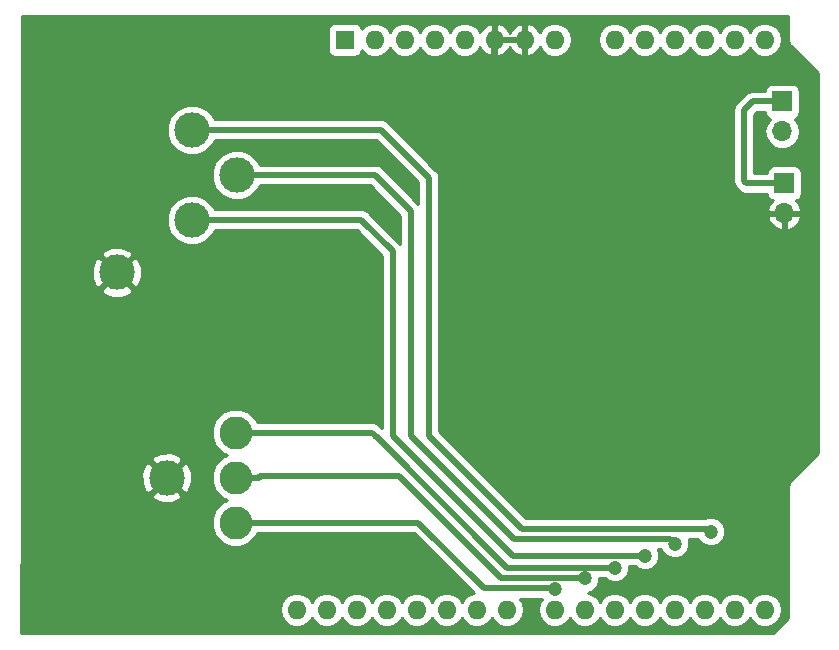
<source format=gbl>
G04 #@! TF.GenerationSoftware,KiCad,Pcbnew,(5.0.1)-3*
G04 #@! TF.CreationDate,2018-11-30T15:10:40+02:00*
G04 #@! TF.ProjectId,DB darbas 2,44422064617262617320322E6B696361,rev?*
G04 #@! TF.SameCoordinates,Original*
G04 #@! TF.FileFunction,Copper,L2,Bot,Signal*
G04 #@! TF.FilePolarity,Positive*
%FSLAX46Y46*%
G04 Gerber Fmt 4.6, Leading zero omitted, Abs format (unit mm)*
G04 Created by KiCad (PCBNEW (5.0.1)-3) date 30-Nov-18 15:10:40*
%MOMM*%
%LPD*%
G01*
G04 APERTURE LIST*
G04 #@! TA.AperFunction,ComponentPad*
%ADD10O,1.600000X1.600000*%
G04 #@! TD*
G04 #@! TA.AperFunction,ComponentPad*
%ADD11R,1.600000X1.600000*%
G04 #@! TD*
G04 #@! TA.AperFunction,ComponentPad*
%ADD12C,3.000000*%
G04 #@! TD*
G04 #@! TA.AperFunction,ComponentPad*
%ADD13O,1.700000X1.700000*%
G04 #@! TD*
G04 #@! TA.AperFunction,ComponentPad*
%ADD14R,1.700000X1.700000*%
G04 #@! TD*
G04 #@! TA.AperFunction,ComponentPad*
%ADD15C,2.800000*%
G04 #@! TD*
G04 #@! TA.AperFunction,ViaPad*
%ADD16C,1.200000*%
G04 #@! TD*
G04 #@! TA.AperFunction,Conductor*
%ADD17C,0.500000*%
G04 #@! TD*
G04 #@! TA.AperFunction,Conductor*
%ADD18C,0.254000*%
G04 #@! TD*
G04 APERTURE END LIST*
D10*
G04 #@! TO.P,U1,29*
G04 #@! TO.N,Net-(U1-Pad29)*
X106684000Y-124968000D03*
G04 #@! TO.P,U1,30*
G04 #@! TO.N,Net-(U1-Pad30)*
X104144000Y-124968000D03*
D11*
G04 #@! TO.P,U1,1*
G04 #@! TO.N,Net-(U1-Pad1)*
X108204000Y-76708000D03*
D10*
G04 #@! TO.P,U1,17*
G04 #@! TO.N,Net-(J3-Pad2)*
X138684000Y-124968000D03*
G04 #@! TO.P,U1,2*
G04 #@! TO.N,Net-(U1-Pad2)*
X110744000Y-76708000D03*
G04 #@! TO.P,U1,18*
G04 #@! TO.N,Net-(J3-Pad3)*
X136144000Y-124968000D03*
G04 #@! TO.P,U1,3*
G04 #@! TO.N,Net-(U1-Pad3)*
X113284000Y-76708000D03*
G04 #@! TO.P,U1,19*
G04 #@! TO.N,Net-(J3-Pad1)*
X133604000Y-124968000D03*
G04 #@! TO.P,U1,4*
G04 #@! TO.N,Net-(U1-Pad4)*
X115824000Y-76708000D03*
G04 #@! TO.P,U1,20*
G04 #@! TO.N,Net-(J1-Pad1)*
X131064000Y-124968000D03*
G04 #@! TO.P,U1,5*
G04 #@! TO.N,Net-(U1-Pad5)*
X118364000Y-76708000D03*
G04 #@! TO.P,U1,21*
G04 #@! TO.N,Net-(J1-Pad3)*
X128524000Y-124968000D03*
G04 #@! TO.P,U1,6*
G04 #@! TO.N,GND*
X120904000Y-76708000D03*
G04 #@! TO.P,U1,22*
G04 #@! TO.N,Net-(J1-Pad2)*
X125984000Y-124968000D03*
G04 #@! TO.P,U1,7*
G04 #@! TO.N,GND*
X123444000Y-76708000D03*
G04 #@! TO.P,U1,23*
G04 #@! TO.N,Net-(R6-Pad2)*
X121924000Y-124968000D03*
G04 #@! TO.P,U1,8*
G04 #@! TO.N,Net-(D7-Pad2)*
X125984000Y-76708000D03*
G04 #@! TO.P,U1,24*
G04 #@! TO.N,Net-(R5-Pad2)*
X119384000Y-124968000D03*
G04 #@! TO.P,U1,9*
G04 #@! TO.N,Net-(U1-Pad9)*
X131064000Y-76708000D03*
G04 #@! TO.P,U1,25*
G04 #@! TO.N,Net-(R4-Pad2)*
X116844000Y-124968000D03*
G04 #@! TO.P,U1,10*
G04 #@! TO.N,Net-(U1-Pad10)*
X133604000Y-76708000D03*
G04 #@! TO.P,U1,26*
G04 #@! TO.N,Net-(R3-Pad2)*
X114304000Y-124968000D03*
G04 #@! TO.P,U1,11*
G04 #@! TO.N,Net-(U1-Pad11)*
X136144000Y-76708000D03*
G04 #@! TO.P,U1,27*
G04 #@! TO.N,Net-(R2-Pad2)*
X111764000Y-124968000D03*
G04 #@! TO.P,U1,12*
G04 #@! TO.N,Net-(U1-Pad12)*
X138684000Y-76708000D03*
G04 #@! TO.P,U1,28*
G04 #@! TO.N,Net-(R1-Pad1)*
X109224000Y-124968000D03*
G04 #@! TO.P,U1,13*
G04 #@! TO.N,Net-(U1-Pad13)*
X141224000Y-76708000D03*
G04 #@! TO.P,U1,14*
G04 #@! TO.N,Net-(U1-Pad14)*
X143764000Y-76708000D03*
G04 #@! TO.P,U1,15*
G04 #@! TO.N,Net-(U1-Pad15)*
X143764000Y-124968000D03*
G04 #@! TO.P,U1,16*
G04 #@! TO.N,Net-(U1-Pad16)*
X141224000Y-124968000D03*
G04 #@! TD*
D12*
G04 #@! TO.P,J3,G*
G04 #@! TO.N,GND*
X88900000Y-96418400D03*
G04 #@! TO.P,J3,3*
G04 #@! TO.N,Net-(J3-Pad3)*
X99060000Y-88163400D03*
G04 #@! TO.P,J3,2*
G04 #@! TO.N,Net-(J3-Pad2)*
X95250000Y-84353400D03*
G04 #@! TO.P,J3,1*
G04 #@! TO.N,Net-(J3-Pad1)*
X95250000Y-91973400D03*
G04 #@! TD*
D13*
G04 #@! TO.P,VCC1,2*
G04 #@! TO.N,GND*
X145415000Y-91387801D03*
D14*
G04 #@! TO.P,VCC1,1*
G04 #@! TO.N,Net-(Switch1-Pad1)*
X145415000Y-88847801D03*
G04 #@! TD*
G04 #@! TO.P,Switch1,1*
G04 #@! TO.N,Net-(Switch1-Pad1)*
X145237200Y-81940400D03*
D13*
G04 #@! TO.P,Switch1,2*
G04 #@! TO.N,Net-(D7-Pad1)*
X145237200Y-84480400D03*
G04 #@! TD*
D12*
G04 #@! TO.P,J1,G*
G04 #@! TO.N,GND*
X93116400Y-113792000D03*
D15*
G04 #@! TO.P,J1,3*
G04 #@! TO.N,Net-(J1-Pad3)*
X98958400Y-113792000D03*
G04 #@! TO.P,J1,1*
G04 #@! TO.N,Net-(J1-Pad1)*
X98958400Y-109982000D03*
G04 #@! TO.P,J1,2*
G04 #@! TO.N,Net-(J1-Pad2)*
X98958400Y-117602000D03*
G04 #@! TD*
D16*
G04 #@! TO.N,Net-(J1-Pad2)*
X125984000Y-123190000D03*
G04 #@! TO.N,Net-(J1-Pad3)*
X128498600Y-122326400D03*
G04 #@! TO.N,Net-(J1-Pad1)*
X131064000Y-121412000D03*
G04 #@! TO.N,GND*
X92100400Y-77266800D03*
X123494800Y-80467200D03*
X120853200Y-80467200D03*
G04 #@! TO.N,Net-(J3-Pad2)*
X139192000Y-118364000D03*
G04 #@! TO.N,Net-(J3-Pad3)*
X136144000Y-119380000D03*
G04 #@! TO.N,Net-(J3-Pad1)*
X133604000Y-120396000D03*
G04 #@! TD*
D17*
G04 #@! TO.N,Net-(J1-Pad2)*
X125958600Y-123164600D02*
X125984000Y-123190000D01*
X119989600Y-123164600D02*
X125958600Y-123164600D01*
X98958400Y-117602000D02*
X114427000Y-117602000D01*
X114427000Y-117602000D02*
X119989600Y-123164600D01*
G04 #@! TO.N,Net-(J1-Pad3)*
X121386600Y-122326400D02*
X128498600Y-122326400D01*
X112750600Y-113690400D02*
X121386600Y-122326400D01*
X110210600Y-113690400D02*
X110845600Y-113690400D01*
X110845600Y-113690400D02*
X111226600Y-113690400D01*
X101039898Y-113690400D02*
X112522000Y-113690400D01*
X100938298Y-113792000D02*
X101039898Y-113690400D01*
X98958400Y-113792000D02*
X100938298Y-113792000D01*
X111226600Y-113690400D02*
X112522000Y-113690400D01*
X112522000Y-113690400D02*
X112750600Y-113690400D01*
G04 #@! TO.N,Net-(J1-Pad1)*
X121920000Y-121412000D02*
X131064000Y-121412000D01*
X110490000Y-109982000D02*
X110896400Y-110388400D01*
X98958400Y-109982000D02*
X110490000Y-109982000D01*
X110744000Y-110236000D02*
X110896400Y-110388400D01*
X110896400Y-110388400D02*
X121920000Y-121412000D01*
G04 #@! TO.N,GND*
X92100400Y-77266800D02*
X92938600Y-77266800D01*
X92100400Y-77266800D02*
X94335600Y-77266800D01*
X120853200Y-76758800D02*
X120904000Y-76708000D01*
X120853200Y-80467200D02*
X120853200Y-76758800D01*
X123494800Y-76758800D02*
X123444000Y-76708000D01*
X123494800Y-80467200D02*
X123494800Y-76758800D01*
G04 #@! TO.N,Net-(J3-Pad2)*
X115316000Y-110236000D02*
X123190000Y-118110000D01*
X97396720Y-84328000D02*
X111252000Y-84328000D01*
X97371320Y-84353400D02*
X97396720Y-84328000D01*
X138938000Y-118110000D02*
X139192000Y-118364000D01*
X115316000Y-88392000D02*
X115316000Y-110236000D01*
X111252000Y-84328000D02*
X115316000Y-88392000D01*
X95250000Y-84353400D02*
X97371320Y-84353400D01*
X123190000Y-118110000D02*
X138938000Y-118110000D01*
G04 #@! TO.N,Net-(J3-Pad3)*
X135737600Y-118973600D02*
X136144000Y-119380000D01*
X122529600Y-118973600D02*
X135737600Y-118973600D01*
X113792000Y-110236000D02*
X122529600Y-118973600D01*
X113792000Y-91236800D02*
X113792000Y-110236000D01*
X99060000Y-88163400D02*
X110718600Y-88163400D01*
X110718600Y-88163400D02*
X113792000Y-91236800D01*
G04 #@! TO.N,Net-(J3-Pad1)*
X122428000Y-120396000D02*
X133604000Y-120396000D01*
X97371320Y-91973400D02*
X97396720Y-91948000D01*
X95250000Y-91973400D02*
X97371320Y-91973400D01*
X109575600Y-91948000D02*
X112268000Y-94640400D01*
X97396720Y-91948000D02*
X109575600Y-91948000D01*
X112268000Y-94640400D02*
X112268000Y-110236000D01*
X112268000Y-110236000D02*
X122428000Y-120396000D01*
G04 #@! TO.N,Net-(Switch1-Pad1)*
X142187801Y-88847801D02*
X145415000Y-88847801D01*
X141986000Y-88646000D02*
X142187801Y-88847801D01*
X142011400Y-82677000D02*
X142748000Y-81940400D01*
X141986000Y-82677000D02*
X142011400Y-82677000D01*
X145237200Y-81940400D02*
X142748000Y-81940400D01*
X141986000Y-82677000D02*
X141986000Y-88646000D01*
G04 #@! TD*
D18*
G04 #@! TO.N,GND*
G36*
X145739000Y-76639557D02*
X145725386Y-76708000D01*
X145739000Y-76776442D01*
X145739000Y-76776446D01*
X145779325Y-76979174D01*
X145932934Y-77209065D01*
X145990960Y-77247837D01*
X148279001Y-79535880D01*
X148279000Y-111730121D01*
X145990961Y-114018162D01*
X145932935Y-114056934D01*
X145894163Y-114114960D01*
X145894162Y-114114961D01*
X145779326Y-114286825D01*
X145725386Y-114558000D01*
X145739001Y-114626447D01*
X145739000Y-125700121D01*
X144496123Y-126943000D01*
X80829097Y-126943000D01*
X80830733Y-115305970D01*
X91782035Y-115305970D01*
X91941818Y-115624739D01*
X92732587Y-115934723D01*
X93581787Y-115918497D01*
X94290982Y-115624739D01*
X94450765Y-115305970D01*
X93116400Y-113971605D01*
X91782035Y-115305970D01*
X80830733Y-115305970D01*
X80831000Y-113408187D01*
X90973677Y-113408187D01*
X90989903Y-114257387D01*
X91283661Y-114966582D01*
X91602430Y-115126365D01*
X92936795Y-113792000D01*
X93296005Y-113792000D01*
X94630370Y-115126365D01*
X94949139Y-114966582D01*
X95259123Y-114175813D01*
X95242897Y-113326613D01*
X94949139Y-112617418D01*
X94630370Y-112457635D01*
X93296005Y-113792000D01*
X92936795Y-113792000D01*
X91602430Y-112457635D01*
X91283661Y-112617418D01*
X90973677Y-113408187D01*
X80831000Y-113408187D01*
X80831158Y-112278030D01*
X91782035Y-112278030D01*
X93116400Y-113612395D01*
X94450765Y-112278030D01*
X94290982Y-111959261D01*
X93500213Y-111649277D01*
X92651013Y-111665503D01*
X91941818Y-111959261D01*
X91782035Y-112278030D01*
X80831158Y-112278030D01*
X80831990Y-106367498D01*
X80832000Y-106367447D01*
X80832000Y-106294673D01*
X80832009Y-106230651D01*
X80832000Y-106230606D01*
X80832000Y-97932370D01*
X87565635Y-97932370D01*
X87725418Y-98251139D01*
X88516187Y-98561123D01*
X89365387Y-98544897D01*
X90074582Y-98251139D01*
X90234365Y-97932370D01*
X88900000Y-96598005D01*
X87565635Y-97932370D01*
X80832000Y-97932370D01*
X80832000Y-96034587D01*
X86757277Y-96034587D01*
X86773503Y-96883787D01*
X87067261Y-97592982D01*
X87386030Y-97752765D01*
X88720395Y-96418400D01*
X89079605Y-96418400D01*
X90413970Y-97752765D01*
X90732739Y-97592982D01*
X91042723Y-96802213D01*
X91026497Y-95953013D01*
X90732739Y-95243818D01*
X90413970Y-95084035D01*
X89079605Y-96418400D01*
X88720395Y-96418400D01*
X87386030Y-95084035D01*
X87067261Y-95243818D01*
X86757277Y-96034587D01*
X80832000Y-96034587D01*
X80832000Y-94904430D01*
X87565635Y-94904430D01*
X88900000Y-96238795D01*
X90234365Y-94904430D01*
X90074582Y-94585661D01*
X89283813Y-94275677D01*
X88434613Y-94291903D01*
X87725418Y-94585661D01*
X87565635Y-94904430D01*
X80832000Y-94904430D01*
X80832000Y-83928722D01*
X93115000Y-83928722D01*
X93115000Y-84778078D01*
X93440034Y-85562780D01*
X94040620Y-86163366D01*
X94825322Y-86488400D01*
X95674678Y-86488400D01*
X96459380Y-86163366D01*
X97059966Y-85562780D01*
X97194329Y-85238400D01*
X97284159Y-85238400D01*
X97371320Y-85255737D01*
X97458481Y-85238400D01*
X97458485Y-85238400D01*
X97586180Y-85213000D01*
X110885422Y-85213000D01*
X114431000Y-88758579D01*
X114431000Y-90600174D01*
X114430049Y-90598751D01*
X114356156Y-90549377D01*
X111406025Y-87599247D01*
X111356649Y-87525351D01*
X111063910Y-87329748D01*
X110805765Y-87278400D01*
X110805761Y-87278400D01*
X110718600Y-87261063D01*
X110631439Y-87278400D01*
X101004329Y-87278400D01*
X100869966Y-86954020D01*
X100269380Y-86353434D01*
X99484678Y-86028400D01*
X98635322Y-86028400D01*
X97850620Y-86353434D01*
X97250034Y-86954020D01*
X96925000Y-87738722D01*
X96925000Y-88588078D01*
X97250034Y-89372780D01*
X97850620Y-89973366D01*
X98635322Y-90298400D01*
X99484678Y-90298400D01*
X100269380Y-89973366D01*
X100869966Y-89372780D01*
X101004329Y-89048400D01*
X110352022Y-89048400D01*
X112907000Y-91603379D01*
X112907000Y-94003774D01*
X112906049Y-94002351D01*
X112832156Y-93952977D01*
X110263025Y-91383847D01*
X110213649Y-91309951D01*
X109920910Y-91114348D01*
X109662765Y-91063000D01*
X109662761Y-91063000D01*
X109575600Y-91045663D01*
X109488439Y-91063000D01*
X97483880Y-91063000D01*
X97396719Y-91045663D01*
X97309559Y-91063000D01*
X97309555Y-91063000D01*
X97193379Y-91086109D01*
X97059966Y-90764020D01*
X96459380Y-90163434D01*
X95674678Y-89838400D01*
X94825322Y-89838400D01*
X94040620Y-90163434D01*
X93440034Y-90764020D01*
X93115000Y-91548722D01*
X93115000Y-92398078D01*
X93440034Y-93182780D01*
X94040620Y-93783366D01*
X94825322Y-94108400D01*
X95674678Y-94108400D01*
X96459380Y-93783366D01*
X97059966Y-93182780D01*
X97194329Y-92858400D01*
X97284159Y-92858400D01*
X97371320Y-92875737D01*
X97458481Y-92858400D01*
X97458485Y-92858400D01*
X97586180Y-92833000D01*
X109209022Y-92833000D01*
X111383000Y-95006979D01*
X111383001Y-109623423D01*
X111177425Y-109417847D01*
X111128049Y-109343951D01*
X110835310Y-109148348D01*
X110577165Y-109097000D01*
X110577161Y-109097000D01*
X110490000Y-109079663D01*
X110402839Y-109097000D01*
X100794489Y-109097000D01*
X100683590Y-108829265D01*
X100111135Y-108256810D01*
X99363187Y-107947000D01*
X98553613Y-107947000D01*
X97805665Y-108256810D01*
X97233210Y-108829265D01*
X96923400Y-109577213D01*
X96923400Y-110386787D01*
X97233210Y-111134735D01*
X97805665Y-111707190D01*
X98239765Y-111887000D01*
X97805665Y-112066810D01*
X97233210Y-112639265D01*
X96923400Y-113387213D01*
X96923400Y-114196787D01*
X97233210Y-114944735D01*
X97805665Y-115517190D01*
X98239765Y-115697000D01*
X97805665Y-115876810D01*
X97233210Y-116449265D01*
X96923400Y-117197213D01*
X96923400Y-118006787D01*
X97233210Y-118754735D01*
X97805665Y-119327190D01*
X98553613Y-119637000D01*
X99363187Y-119637000D01*
X100111135Y-119327190D01*
X100683590Y-118754735D01*
X100794489Y-118487000D01*
X114060422Y-118487000D01*
X119129026Y-123555605D01*
X118824091Y-123616260D01*
X118349423Y-123933423D01*
X118114000Y-124285758D01*
X117878577Y-123933423D01*
X117403909Y-123616260D01*
X116985333Y-123533000D01*
X116702667Y-123533000D01*
X116284091Y-123616260D01*
X115809423Y-123933423D01*
X115574000Y-124285758D01*
X115338577Y-123933423D01*
X114863909Y-123616260D01*
X114445333Y-123533000D01*
X114162667Y-123533000D01*
X113744091Y-123616260D01*
X113269423Y-123933423D01*
X113034000Y-124285758D01*
X112798577Y-123933423D01*
X112323909Y-123616260D01*
X111905333Y-123533000D01*
X111622667Y-123533000D01*
X111204091Y-123616260D01*
X110729423Y-123933423D01*
X110494000Y-124285758D01*
X110258577Y-123933423D01*
X109783909Y-123616260D01*
X109365333Y-123533000D01*
X109082667Y-123533000D01*
X108664091Y-123616260D01*
X108189423Y-123933423D01*
X107954000Y-124285758D01*
X107718577Y-123933423D01*
X107243909Y-123616260D01*
X106825333Y-123533000D01*
X106542667Y-123533000D01*
X106124091Y-123616260D01*
X105649423Y-123933423D01*
X105414000Y-124285758D01*
X105178577Y-123933423D01*
X104703909Y-123616260D01*
X104285333Y-123533000D01*
X104002667Y-123533000D01*
X103584091Y-123616260D01*
X103109423Y-123933423D01*
X102792260Y-124408091D01*
X102680887Y-124968000D01*
X102792260Y-125527909D01*
X103109423Y-126002577D01*
X103584091Y-126319740D01*
X104002667Y-126403000D01*
X104285333Y-126403000D01*
X104703909Y-126319740D01*
X105178577Y-126002577D01*
X105414000Y-125650242D01*
X105649423Y-126002577D01*
X106124091Y-126319740D01*
X106542667Y-126403000D01*
X106825333Y-126403000D01*
X107243909Y-126319740D01*
X107718577Y-126002577D01*
X107954000Y-125650242D01*
X108189423Y-126002577D01*
X108664091Y-126319740D01*
X109082667Y-126403000D01*
X109365333Y-126403000D01*
X109783909Y-126319740D01*
X110258577Y-126002577D01*
X110494000Y-125650242D01*
X110729423Y-126002577D01*
X111204091Y-126319740D01*
X111622667Y-126403000D01*
X111905333Y-126403000D01*
X112323909Y-126319740D01*
X112798577Y-126002577D01*
X113034000Y-125650242D01*
X113269423Y-126002577D01*
X113744091Y-126319740D01*
X114162667Y-126403000D01*
X114445333Y-126403000D01*
X114863909Y-126319740D01*
X115338577Y-126002577D01*
X115574000Y-125650242D01*
X115809423Y-126002577D01*
X116284091Y-126319740D01*
X116702667Y-126403000D01*
X116985333Y-126403000D01*
X117403909Y-126319740D01*
X117878577Y-126002577D01*
X118114000Y-125650242D01*
X118349423Y-126002577D01*
X118824091Y-126319740D01*
X119242667Y-126403000D01*
X119525333Y-126403000D01*
X119943909Y-126319740D01*
X120418577Y-126002577D01*
X120654000Y-125650242D01*
X120889423Y-126002577D01*
X121364091Y-126319740D01*
X121782667Y-126403000D01*
X122065333Y-126403000D01*
X122483909Y-126319740D01*
X122958577Y-126002577D01*
X123275740Y-125527909D01*
X123387113Y-124968000D01*
X123275740Y-124408091D01*
X123036204Y-124049600D01*
X124871796Y-124049600D01*
X124632260Y-124408091D01*
X124520887Y-124968000D01*
X124632260Y-125527909D01*
X124949423Y-126002577D01*
X125424091Y-126319740D01*
X125842667Y-126403000D01*
X126125333Y-126403000D01*
X126543909Y-126319740D01*
X127018577Y-126002577D01*
X127254000Y-125650242D01*
X127489423Y-126002577D01*
X127964091Y-126319740D01*
X128382667Y-126403000D01*
X128665333Y-126403000D01*
X129083909Y-126319740D01*
X129558577Y-126002577D01*
X129794000Y-125650242D01*
X130029423Y-126002577D01*
X130504091Y-126319740D01*
X130922667Y-126403000D01*
X131205333Y-126403000D01*
X131623909Y-126319740D01*
X132098577Y-126002577D01*
X132334000Y-125650242D01*
X132569423Y-126002577D01*
X133044091Y-126319740D01*
X133462667Y-126403000D01*
X133745333Y-126403000D01*
X134163909Y-126319740D01*
X134638577Y-126002577D01*
X134874000Y-125650242D01*
X135109423Y-126002577D01*
X135584091Y-126319740D01*
X136002667Y-126403000D01*
X136285333Y-126403000D01*
X136703909Y-126319740D01*
X137178577Y-126002577D01*
X137414000Y-125650242D01*
X137649423Y-126002577D01*
X138124091Y-126319740D01*
X138542667Y-126403000D01*
X138825333Y-126403000D01*
X139243909Y-126319740D01*
X139718577Y-126002577D01*
X139954000Y-125650242D01*
X140189423Y-126002577D01*
X140664091Y-126319740D01*
X141082667Y-126403000D01*
X141365333Y-126403000D01*
X141783909Y-126319740D01*
X142258577Y-126002577D01*
X142494000Y-125650242D01*
X142729423Y-126002577D01*
X143204091Y-126319740D01*
X143622667Y-126403000D01*
X143905333Y-126403000D01*
X144323909Y-126319740D01*
X144798577Y-126002577D01*
X145115740Y-125527909D01*
X145227113Y-124968000D01*
X145115740Y-124408091D01*
X144798577Y-123933423D01*
X144323909Y-123616260D01*
X143905333Y-123533000D01*
X143622667Y-123533000D01*
X143204091Y-123616260D01*
X142729423Y-123933423D01*
X142494000Y-124285758D01*
X142258577Y-123933423D01*
X141783909Y-123616260D01*
X141365333Y-123533000D01*
X141082667Y-123533000D01*
X140664091Y-123616260D01*
X140189423Y-123933423D01*
X139954000Y-124285758D01*
X139718577Y-123933423D01*
X139243909Y-123616260D01*
X138825333Y-123533000D01*
X138542667Y-123533000D01*
X138124091Y-123616260D01*
X137649423Y-123933423D01*
X137414000Y-124285758D01*
X137178577Y-123933423D01*
X136703909Y-123616260D01*
X136285333Y-123533000D01*
X136002667Y-123533000D01*
X135584091Y-123616260D01*
X135109423Y-123933423D01*
X134874000Y-124285758D01*
X134638577Y-123933423D01*
X134163909Y-123616260D01*
X133745333Y-123533000D01*
X133462667Y-123533000D01*
X133044091Y-123616260D01*
X132569423Y-123933423D01*
X132334000Y-124285758D01*
X132098577Y-123933423D01*
X131623909Y-123616260D01*
X131205333Y-123533000D01*
X130922667Y-123533000D01*
X130504091Y-123616260D01*
X130029423Y-123933423D01*
X129794000Y-124285758D01*
X129558577Y-123933423D01*
X129083909Y-123616260D01*
X128764972Y-123552819D01*
X129198171Y-123373382D01*
X129545582Y-123025971D01*
X129733600Y-122572057D01*
X129733600Y-122297000D01*
X130202447Y-122297000D01*
X130364429Y-122458982D01*
X130818343Y-122647000D01*
X131309657Y-122647000D01*
X131763571Y-122458982D01*
X132110982Y-122111571D01*
X132299000Y-121657657D01*
X132299000Y-121281000D01*
X132742447Y-121281000D01*
X132904429Y-121442982D01*
X133358343Y-121631000D01*
X133849657Y-121631000D01*
X134303571Y-121442982D01*
X134650982Y-121095571D01*
X134839000Y-120641657D01*
X134839000Y-120150343D01*
X134718156Y-119858600D01*
X135005488Y-119858600D01*
X135097018Y-120079571D01*
X135444429Y-120426982D01*
X135898343Y-120615000D01*
X136389657Y-120615000D01*
X136843571Y-120426982D01*
X137190982Y-120079571D01*
X137379000Y-119625657D01*
X137379000Y-119134343D01*
X137321282Y-118995000D01*
X138116615Y-118995000D01*
X138145018Y-119063571D01*
X138492429Y-119410982D01*
X138946343Y-119599000D01*
X139437657Y-119599000D01*
X139891571Y-119410982D01*
X140238982Y-119063571D01*
X140427000Y-118609657D01*
X140427000Y-118118343D01*
X140238982Y-117664429D01*
X139891571Y-117317018D01*
X139437657Y-117129000D01*
X138946343Y-117129000D01*
X138714579Y-117225000D01*
X123556579Y-117225000D01*
X116201000Y-109869422D01*
X116201000Y-91744691D01*
X143973524Y-91744691D01*
X144143355Y-92154725D01*
X144533642Y-92582984D01*
X145058108Y-92829287D01*
X145288000Y-92708620D01*
X145288000Y-91514801D01*
X145542000Y-91514801D01*
X145542000Y-92708620D01*
X145771892Y-92829287D01*
X146296358Y-92582984D01*
X146686645Y-92154725D01*
X146856476Y-91744691D01*
X146735155Y-91514801D01*
X145542000Y-91514801D01*
X145288000Y-91514801D01*
X144094845Y-91514801D01*
X143973524Y-91744691D01*
X116201000Y-91744691D01*
X116201000Y-88479161D01*
X116218337Y-88392000D01*
X116201000Y-88304839D01*
X116201000Y-88304835D01*
X116149652Y-88046690D01*
X115954049Y-87753951D01*
X115880156Y-87704577D01*
X111939425Y-83763847D01*
X111890049Y-83689951D01*
X111597310Y-83494348D01*
X111339165Y-83443000D01*
X111339161Y-83443000D01*
X111252000Y-83425663D01*
X111164839Y-83443000D01*
X97483880Y-83443000D01*
X97396719Y-83425663D01*
X97309559Y-83443000D01*
X97309555Y-83443000D01*
X97193379Y-83466109D01*
X97059966Y-83144020D01*
X96592946Y-82677000D01*
X141083662Y-82677000D01*
X141101000Y-82764165D01*
X141101001Y-88558835D01*
X141083663Y-88646000D01*
X141152348Y-88991309D01*
X141298576Y-89210154D01*
X141298578Y-89210156D01*
X141347952Y-89284049D01*
X141421845Y-89333423D01*
X141500376Y-89411954D01*
X141549752Y-89485850D01*
X141842491Y-89681453D01*
X142100636Y-89732801D01*
X142100640Y-89732801D01*
X142187801Y-89750138D01*
X142274962Y-89732801D01*
X143924522Y-89732801D01*
X143966843Y-89945566D01*
X144107191Y-90155610D01*
X144317235Y-90295958D01*
X144420708Y-90316540D01*
X144143355Y-90620877D01*
X143973524Y-91030911D01*
X144094845Y-91260801D01*
X145288000Y-91260801D01*
X145288000Y-91240801D01*
X145542000Y-91240801D01*
X145542000Y-91260801D01*
X146735155Y-91260801D01*
X146856476Y-91030911D01*
X146686645Y-90620877D01*
X146409292Y-90316540D01*
X146512765Y-90295958D01*
X146722809Y-90155610D01*
X146863157Y-89945566D01*
X146912440Y-89697801D01*
X146912440Y-87997801D01*
X146863157Y-87750036D01*
X146722809Y-87539992D01*
X146512765Y-87399644D01*
X146265000Y-87350361D01*
X144565000Y-87350361D01*
X144317235Y-87399644D01*
X144107191Y-87539992D01*
X143966843Y-87750036D01*
X143924522Y-87962801D01*
X142871000Y-87962801D01*
X142871000Y-83068978D01*
X143114579Y-82825400D01*
X143746722Y-82825400D01*
X143789043Y-83038165D01*
X143929391Y-83248209D01*
X144139435Y-83388557D01*
X144184819Y-83397584D01*
X144166575Y-83409775D01*
X143838361Y-83900982D01*
X143723108Y-84480400D01*
X143838361Y-85059818D01*
X144166575Y-85551025D01*
X144657782Y-85879239D01*
X145090944Y-85965400D01*
X145383456Y-85965400D01*
X145816618Y-85879239D01*
X146307825Y-85551025D01*
X146636039Y-85059818D01*
X146751292Y-84480400D01*
X146636039Y-83900982D01*
X146307825Y-83409775D01*
X146289581Y-83397584D01*
X146334965Y-83388557D01*
X146545009Y-83248209D01*
X146685357Y-83038165D01*
X146734640Y-82790400D01*
X146734640Y-81090400D01*
X146685357Y-80842635D01*
X146545009Y-80632591D01*
X146334965Y-80492243D01*
X146087200Y-80442960D01*
X144387200Y-80442960D01*
X144139435Y-80492243D01*
X143929391Y-80632591D01*
X143789043Y-80842635D01*
X143746722Y-81055400D01*
X142835161Y-81055400D01*
X142748000Y-81038063D01*
X142660839Y-81055400D01*
X142660835Y-81055400D01*
X142402690Y-81106748D01*
X142183845Y-81252976D01*
X142183844Y-81252977D01*
X142109951Y-81302351D01*
X142060577Y-81376244D01*
X141498394Y-81938427D01*
X141347951Y-82038951D01*
X141152348Y-82331690D01*
X141083662Y-82677000D01*
X96592946Y-82677000D01*
X96459380Y-82543434D01*
X95674678Y-82218400D01*
X94825322Y-82218400D01*
X94040620Y-82543434D01*
X93440034Y-83144020D01*
X93115000Y-83928722D01*
X80832000Y-83928722D01*
X80832000Y-77284113D01*
X80832064Y-77283790D01*
X80832000Y-77215988D01*
X80832000Y-77147553D01*
X80831935Y-77147227D01*
X80830766Y-75908000D01*
X106756560Y-75908000D01*
X106756560Y-77508000D01*
X106805843Y-77755765D01*
X106946191Y-77965809D01*
X107156235Y-78106157D01*
X107404000Y-78155440D01*
X109004000Y-78155440D01*
X109251765Y-78106157D01*
X109461809Y-77965809D01*
X109602157Y-77755765D01*
X109628785Y-77621894D01*
X109709423Y-77742577D01*
X110184091Y-78059740D01*
X110602667Y-78143000D01*
X110885333Y-78143000D01*
X111303909Y-78059740D01*
X111778577Y-77742577D01*
X112014000Y-77390242D01*
X112249423Y-77742577D01*
X112724091Y-78059740D01*
X113142667Y-78143000D01*
X113425333Y-78143000D01*
X113843909Y-78059740D01*
X114318577Y-77742577D01*
X114554000Y-77390242D01*
X114789423Y-77742577D01*
X115264091Y-78059740D01*
X115682667Y-78143000D01*
X115965333Y-78143000D01*
X116383909Y-78059740D01*
X116858577Y-77742577D01*
X117094000Y-77390242D01*
X117329423Y-77742577D01*
X117804091Y-78059740D01*
X118222667Y-78143000D01*
X118505333Y-78143000D01*
X118923909Y-78059740D01*
X119398577Y-77742577D01*
X119654947Y-77358892D01*
X119751611Y-77563134D01*
X120166577Y-77939041D01*
X120554961Y-78099904D01*
X120777000Y-77977915D01*
X120777000Y-76835000D01*
X121031000Y-76835000D01*
X121031000Y-77977915D01*
X121253039Y-78099904D01*
X121641423Y-77939041D01*
X122056389Y-77563134D01*
X122174000Y-77314633D01*
X122291611Y-77563134D01*
X122706577Y-77939041D01*
X123094961Y-78099904D01*
X123317000Y-77977915D01*
X123317000Y-76835000D01*
X121031000Y-76835000D01*
X120777000Y-76835000D01*
X120757000Y-76835000D01*
X120757000Y-76581000D01*
X120777000Y-76581000D01*
X120777000Y-75438085D01*
X121031000Y-75438085D01*
X121031000Y-76581000D01*
X123317000Y-76581000D01*
X123317000Y-75438085D01*
X123571000Y-75438085D01*
X123571000Y-76581000D01*
X123591000Y-76581000D01*
X123591000Y-76835000D01*
X123571000Y-76835000D01*
X123571000Y-77977915D01*
X123793039Y-78099904D01*
X124181423Y-77939041D01*
X124596389Y-77563134D01*
X124693053Y-77358892D01*
X124949423Y-77742577D01*
X125424091Y-78059740D01*
X125842667Y-78143000D01*
X126125333Y-78143000D01*
X126543909Y-78059740D01*
X127018577Y-77742577D01*
X127335740Y-77267909D01*
X127447113Y-76708000D01*
X129600887Y-76708000D01*
X129712260Y-77267909D01*
X130029423Y-77742577D01*
X130504091Y-78059740D01*
X130922667Y-78143000D01*
X131205333Y-78143000D01*
X131623909Y-78059740D01*
X132098577Y-77742577D01*
X132334000Y-77390242D01*
X132569423Y-77742577D01*
X133044091Y-78059740D01*
X133462667Y-78143000D01*
X133745333Y-78143000D01*
X134163909Y-78059740D01*
X134638577Y-77742577D01*
X134874000Y-77390242D01*
X135109423Y-77742577D01*
X135584091Y-78059740D01*
X136002667Y-78143000D01*
X136285333Y-78143000D01*
X136703909Y-78059740D01*
X137178577Y-77742577D01*
X137414000Y-77390242D01*
X137649423Y-77742577D01*
X138124091Y-78059740D01*
X138542667Y-78143000D01*
X138825333Y-78143000D01*
X139243909Y-78059740D01*
X139718577Y-77742577D01*
X139954000Y-77390242D01*
X140189423Y-77742577D01*
X140664091Y-78059740D01*
X141082667Y-78143000D01*
X141365333Y-78143000D01*
X141783909Y-78059740D01*
X142258577Y-77742577D01*
X142494000Y-77390242D01*
X142729423Y-77742577D01*
X143204091Y-78059740D01*
X143622667Y-78143000D01*
X143905333Y-78143000D01*
X144323909Y-78059740D01*
X144798577Y-77742577D01*
X145115740Y-77267909D01*
X145227113Y-76708000D01*
X145115740Y-76148091D01*
X144798577Y-75673423D01*
X144323909Y-75356260D01*
X143905333Y-75273000D01*
X143622667Y-75273000D01*
X143204091Y-75356260D01*
X142729423Y-75673423D01*
X142494000Y-76025758D01*
X142258577Y-75673423D01*
X141783909Y-75356260D01*
X141365333Y-75273000D01*
X141082667Y-75273000D01*
X140664091Y-75356260D01*
X140189423Y-75673423D01*
X139954000Y-76025758D01*
X139718577Y-75673423D01*
X139243909Y-75356260D01*
X138825333Y-75273000D01*
X138542667Y-75273000D01*
X138124091Y-75356260D01*
X137649423Y-75673423D01*
X137414000Y-76025758D01*
X137178577Y-75673423D01*
X136703909Y-75356260D01*
X136285333Y-75273000D01*
X136002667Y-75273000D01*
X135584091Y-75356260D01*
X135109423Y-75673423D01*
X134874000Y-76025758D01*
X134638577Y-75673423D01*
X134163909Y-75356260D01*
X133745333Y-75273000D01*
X133462667Y-75273000D01*
X133044091Y-75356260D01*
X132569423Y-75673423D01*
X132334000Y-76025758D01*
X132098577Y-75673423D01*
X131623909Y-75356260D01*
X131205333Y-75273000D01*
X130922667Y-75273000D01*
X130504091Y-75356260D01*
X130029423Y-75673423D01*
X129712260Y-76148091D01*
X129600887Y-76708000D01*
X127447113Y-76708000D01*
X127335740Y-76148091D01*
X127018577Y-75673423D01*
X126543909Y-75356260D01*
X126125333Y-75273000D01*
X125842667Y-75273000D01*
X125424091Y-75356260D01*
X124949423Y-75673423D01*
X124693053Y-76057108D01*
X124596389Y-75852866D01*
X124181423Y-75476959D01*
X123793039Y-75316096D01*
X123571000Y-75438085D01*
X123317000Y-75438085D01*
X123094961Y-75316096D01*
X122706577Y-75476959D01*
X122291611Y-75852866D01*
X122174000Y-76101367D01*
X122056389Y-75852866D01*
X121641423Y-75476959D01*
X121253039Y-75316096D01*
X121031000Y-75438085D01*
X120777000Y-75438085D01*
X120554961Y-75316096D01*
X120166577Y-75476959D01*
X119751611Y-75852866D01*
X119654947Y-76057108D01*
X119398577Y-75673423D01*
X118923909Y-75356260D01*
X118505333Y-75273000D01*
X118222667Y-75273000D01*
X117804091Y-75356260D01*
X117329423Y-75673423D01*
X117094000Y-76025758D01*
X116858577Y-75673423D01*
X116383909Y-75356260D01*
X115965333Y-75273000D01*
X115682667Y-75273000D01*
X115264091Y-75356260D01*
X114789423Y-75673423D01*
X114554000Y-76025758D01*
X114318577Y-75673423D01*
X113843909Y-75356260D01*
X113425333Y-75273000D01*
X113142667Y-75273000D01*
X112724091Y-75356260D01*
X112249423Y-75673423D01*
X112014000Y-76025758D01*
X111778577Y-75673423D01*
X111303909Y-75356260D01*
X110885333Y-75273000D01*
X110602667Y-75273000D01*
X110184091Y-75356260D01*
X109709423Y-75673423D01*
X109628785Y-75794106D01*
X109602157Y-75660235D01*
X109461809Y-75450191D01*
X109251765Y-75309843D01*
X109004000Y-75260560D01*
X107404000Y-75260560D01*
X107156235Y-75309843D01*
X106946191Y-75450191D01*
X106805843Y-75660235D01*
X106756560Y-75908000D01*
X80830766Y-75908000D01*
X80829656Y-74733000D01*
X145739001Y-74733000D01*
X145739000Y-76639557D01*
X145739000Y-76639557D01*
G37*
X145739000Y-76639557D02*
X145725386Y-76708000D01*
X145739000Y-76776442D01*
X145739000Y-76776446D01*
X145779325Y-76979174D01*
X145932934Y-77209065D01*
X145990960Y-77247837D01*
X148279001Y-79535880D01*
X148279000Y-111730121D01*
X145990961Y-114018162D01*
X145932935Y-114056934D01*
X145894163Y-114114960D01*
X145894162Y-114114961D01*
X145779326Y-114286825D01*
X145725386Y-114558000D01*
X145739001Y-114626447D01*
X145739000Y-125700121D01*
X144496123Y-126943000D01*
X80829097Y-126943000D01*
X80830733Y-115305970D01*
X91782035Y-115305970D01*
X91941818Y-115624739D01*
X92732587Y-115934723D01*
X93581787Y-115918497D01*
X94290982Y-115624739D01*
X94450765Y-115305970D01*
X93116400Y-113971605D01*
X91782035Y-115305970D01*
X80830733Y-115305970D01*
X80831000Y-113408187D01*
X90973677Y-113408187D01*
X90989903Y-114257387D01*
X91283661Y-114966582D01*
X91602430Y-115126365D01*
X92936795Y-113792000D01*
X93296005Y-113792000D01*
X94630370Y-115126365D01*
X94949139Y-114966582D01*
X95259123Y-114175813D01*
X95242897Y-113326613D01*
X94949139Y-112617418D01*
X94630370Y-112457635D01*
X93296005Y-113792000D01*
X92936795Y-113792000D01*
X91602430Y-112457635D01*
X91283661Y-112617418D01*
X90973677Y-113408187D01*
X80831000Y-113408187D01*
X80831158Y-112278030D01*
X91782035Y-112278030D01*
X93116400Y-113612395D01*
X94450765Y-112278030D01*
X94290982Y-111959261D01*
X93500213Y-111649277D01*
X92651013Y-111665503D01*
X91941818Y-111959261D01*
X91782035Y-112278030D01*
X80831158Y-112278030D01*
X80831990Y-106367498D01*
X80832000Y-106367447D01*
X80832000Y-106294673D01*
X80832009Y-106230651D01*
X80832000Y-106230606D01*
X80832000Y-97932370D01*
X87565635Y-97932370D01*
X87725418Y-98251139D01*
X88516187Y-98561123D01*
X89365387Y-98544897D01*
X90074582Y-98251139D01*
X90234365Y-97932370D01*
X88900000Y-96598005D01*
X87565635Y-97932370D01*
X80832000Y-97932370D01*
X80832000Y-96034587D01*
X86757277Y-96034587D01*
X86773503Y-96883787D01*
X87067261Y-97592982D01*
X87386030Y-97752765D01*
X88720395Y-96418400D01*
X89079605Y-96418400D01*
X90413970Y-97752765D01*
X90732739Y-97592982D01*
X91042723Y-96802213D01*
X91026497Y-95953013D01*
X90732739Y-95243818D01*
X90413970Y-95084035D01*
X89079605Y-96418400D01*
X88720395Y-96418400D01*
X87386030Y-95084035D01*
X87067261Y-95243818D01*
X86757277Y-96034587D01*
X80832000Y-96034587D01*
X80832000Y-94904430D01*
X87565635Y-94904430D01*
X88900000Y-96238795D01*
X90234365Y-94904430D01*
X90074582Y-94585661D01*
X89283813Y-94275677D01*
X88434613Y-94291903D01*
X87725418Y-94585661D01*
X87565635Y-94904430D01*
X80832000Y-94904430D01*
X80832000Y-83928722D01*
X93115000Y-83928722D01*
X93115000Y-84778078D01*
X93440034Y-85562780D01*
X94040620Y-86163366D01*
X94825322Y-86488400D01*
X95674678Y-86488400D01*
X96459380Y-86163366D01*
X97059966Y-85562780D01*
X97194329Y-85238400D01*
X97284159Y-85238400D01*
X97371320Y-85255737D01*
X97458481Y-85238400D01*
X97458485Y-85238400D01*
X97586180Y-85213000D01*
X110885422Y-85213000D01*
X114431000Y-88758579D01*
X114431000Y-90600174D01*
X114430049Y-90598751D01*
X114356156Y-90549377D01*
X111406025Y-87599247D01*
X111356649Y-87525351D01*
X111063910Y-87329748D01*
X110805765Y-87278400D01*
X110805761Y-87278400D01*
X110718600Y-87261063D01*
X110631439Y-87278400D01*
X101004329Y-87278400D01*
X100869966Y-86954020D01*
X100269380Y-86353434D01*
X99484678Y-86028400D01*
X98635322Y-86028400D01*
X97850620Y-86353434D01*
X97250034Y-86954020D01*
X96925000Y-87738722D01*
X96925000Y-88588078D01*
X97250034Y-89372780D01*
X97850620Y-89973366D01*
X98635322Y-90298400D01*
X99484678Y-90298400D01*
X100269380Y-89973366D01*
X100869966Y-89372780D01*
X101004329Y-89048400D01*
X110352022Y-89048400D01*
X112907000Y-91603379D01*
X112907000Y-94003774D01*
X112906049Y-94002351D01*
X112832156Y-93952977D01*
X110263025Y-91383847D01*
X110213649Y-91309951D01*
X109920910Y-91114348D01*
X109662765Y-91063000D01*
X109662761Y-91063000D01*
X109575600Y-91045663D01*
X109488439Y-91063000D01*
X97483880Y-91063000D01*
X97396719Y-91045663D01*
X97309559Y-91063000D01*
X97309555Y-91063000D01*
X97193379Y-91086109D01*
X97059966Y-90764020D01*
X96459380Y-90163434D01*
X95674678Y-89838400D01*
X94825322Y-89838400D01*
X94040620Y-90163434D01*
X93440034Y-90764020D01*
X93115000Y-91548722D01*
X93115000Y-92398078D01*
X93440034Y-93182780D01*
X94040620Y-93783366D01*
X94825322Y-94108400D01*
X95674678Y-94108400D01*
X96459380Y-93783366D01*
X97059966Y-93182780D01*
X97194329Y-92858400D01*
X97284159Y-92858400D01*
X97371320Y-92875737D01*
X97458481Y-92858400D01*
X97458485Y-92858400D01*
X97586180Y-92833000D01*
X109209022Y-92833000D01*
X111383000Y-95006979D01*
X111383001Y-109623423D01*
X111177425Y-109417847D01*
X111128049Y-109343951D01*
X110835310Y-109148348D01*
X110577165Y-109097000D01*
X110577161Y-109097000D01*
X110490000Y-109079663D01*
X110402839Y-109097000D01*
X100794489Y-109097000D01*
X100683590Y-108829265D01*
X100111135Y-108256810D01*
X99363187Y-107947000D01*
X98553613Y-107947000D01*
X97805665Y-108256810D01*
X97233210Y-108829265D01*
X96923400Y-109577213D01*
X96923400Y-110386787D01*
X97233210Y-111134735D01*
X97805665Y-111707190D01*
X98239765Y-111887000D01*
X97805665Y-112066810D01*
X97233210Y-112639265D01*
X96923400Y-113387213D01*
X96923400Y-114196787D01*
X97233210Y-114944735D01*
X97805665Y-115517190D01*
X98239765Y-115697000D01*
X97805665Y-115876810D01*
X97233210Y-116449265D01*
X96923400Y-117197213D01*
X96923400Y-118006787D01*
X97233210Y-118754735D01*
X97805665Y-119327190D01*
X98553613Y-119637000D01*
X99363187Y-119637000D01*
X100111135Y-119327190D01*
X100683590Y-118754735D01*
X100794489Y-118487000D01*
X114060422Y-118487000D01*
X119129026Y-123555605D01*
X118824091Y-123616260D01*
X118349423Y-123933423D01*
X118114000Y-124285758D01*
X117878577Y-123933423D01*
X117403909Y-123616260D01*
X116985333Y-123533000D01*
X116702667Y-123533000D01*
X116284091Y-123616260D01*
X115809423Y-123933423D01*
X115574000Y-124285758D01*
X115338577Y-123933423D01*
X114863909Y-123616260D01*
X114445333Y-123533000D01*
X114162667Y-123533000D01*
X113744091Y-123616260D01*
X113269423Y-123933423D01*
X113034000Y-124285758D01*
X112798577Y-123933423D01*
X112323909Y-123616260D01*
X111905333Y-123533000D01*
X111622667Y-123533000D01*
X111204091Y-123616260D01*
X110729423Y-123933423D01*
X110494000Y-124285758D01*
X110258577Y-123933423D01*
X109783909Y-123616260D01*
X109365333Y-123533000D01*
X109082667Y-123533000D01*
X108664091Y-123616260D01*
X108189423Y-123933423D01*
X107954000Y-124285758D01*
X107718577Y-123933423D01*
X107243909Y-123616260D01*
X106825333Y-123533000D01*
X106542667Y-123533000D01*
X106124091Y-123616260D01*
X105649423Y-123933423D01*
X105414000Y-124285758D01*
X105178577Y-123933423D01*
X104703909Y-123616260D01*
X104285333Y-123533000D01*
X104002667Y-123533000D01*
X103584091Y-123616260D01*
X103109423Y-123933423D01*
X102792260Y-124408091D01*
X102680887Y-124968000D01*
X102792260Y-125527909D01*
X103109423Y-126002577D01*
X103584091Y-126319740D01*
X104002667Y-126403000D01*
X104285333Y-126403000D01*
X104703909Y-126319740D01*
X105178577Y-126002577D01*
X105414000Y-125650242D01*
X105649423Y-126002577D01*
X106124091Y-126319740D01*
X106542667Y-126403000D01*
X106825333Y-126403000D01*
X107243909Y-126319740D01*
X107718577Y-126002577D01*
X107954000Y-125650242D01*
X108189423Y-126002577D01*
X108664091Y-126319740D01*
X109082667Y-126403000D01*
X109365333Y-126403000D01*
X109783909Y-126319740D01*
X110258577Y-126002577D01*
X110494000Y-125650242D01*
X110729423Y-126002577D01*
X111204091Y-126319740D01*
X111622667Y-126403000D01*
X111905333Y-126403000D01*
X112323909Y-126319740D01*
X112798577Y-126002577D01*
X113034000Y-125650242D01*
X113269423Y-126002577D01*
X113744091Y-126319740D01*
X114162667Y-126403000D01*
X114445333Y-126403000D01*
X114863909Y-126319740D01*
X115338577Y-126002577D01*
X115574000Y-125650242D01*
X115809423Y-126002577D01*
X116284091Y-126319740D01*
X116702667Y-126403000D01*
X116985333Y-126403000D01*
X117403909Y-126319740D01*
X117878577Y-126002577D01*
X118114000Y-125650242D01*
X118349423Y-126002577D01*
X118824091Y-126319740D01*
X119242667Y-126403000D01*
X119525333Y-126403000D01*
X119943909Y-126319740D01*
X120418577Y-126002577D01*
X120654000Y-125650242D01*
X120889423Y-126002577D01*
X121364091Y-126319740D01*
X121782667Y-126403000D01*
X122065333Y-126403000D01*
X122483909Y-126319740D01*
X122958577Y-126002577D01*
X123275740Y-125527909D01*
X123387113Y-124968000D01*
X123275740Y-124408091D01*
X123036204Y-124049600D01*
X124871796Y-124049600D01*
X124632260Y-124408091D01*
X124520887Y-124968000D01*
X124632260Y-125527909D01*
X124949423Y-126002577D01*
X125424091Y-126319740D01*
X125842667Y-126403000D01*
X126125333Y-126403000D01*
X126543909Y-126319740D01*
X127018577Y-126002577D01*
X127254000Y-125650242D01*
X127489423Y-126002577D01*
X127964091Y-126319740D01*
X128382667Y-126403000D01*
X128665333Y-126403000D01*
X129083909Y-126319740D01*
X129558577Y-126002577D01*
X129794000Y-125650242D01*
X130029423Y-126002577D01*
X130504091Y-126319740D01*
X130922667Y-126403000D01*
X131205333Y-126403000D01*
X131623909Y-126319740D01*
X132098577Y-126002577D01*
X132334000Y-125650242D01*
X132569423Y-126002577D01*
X133044091Y-126319740D01*
X133462667Y-126403000D01*
X133745333Y-126403000D01*
X134163909Y-126319740D01*
X134638577Y-126002577D01*
X134874000Y-125650242D01*
X135109423Y-126002577D01*
X135584091Y-126319740D01*
X136002667Y-126403000D01*
X136285333Y-126403000D01*
X136703909Y-126319740D01*
X137178577Y-126002577D01*
X137414000Y-125650242D01*
X137649423Y-126002577D01*
X138124091Y-126319740D01*
X138542667Y-126403000D01*
X138825333Y-126403000D01*
X139243909Y-126319740D01*
X139718577Y-126002577D01*
X139954000Y-125650242D01*
X140189423Y-126002577D01*
X140664091Y-126319740D01*
X141082667Y-126403000D01*
X141365333Y-126403000D01*
X141783909Y-126319740D01*
X142258577Y-126002577D01*
X142494000Y-125650242D01*
X142729423Y-126002577D01*
X143204091Y-126319740D01*
X143622667Y-126403000D01*
X143905333Y-126403000D01*
X144323909Y-126319740D01*
X144798577Y-126002577D01*
X145115740Y-125527909D01*
X145227113Y-124968000D01*
X145115740Y-124408091D01*
X144798577Y-123933423D01*
X144323909Y-123616260D01*
X143905333Y-123533000D01*
X143622667Y-123533000D01*
X143204091Y-123616260D01*
X142729423Y-123933423D01*
X142494000Y-124285758D01*
X142258577Y-123933423D01*
X141783909Y-123616260D01*
X141365333Y-123533000D01*
X141082667Y-123533000D01*
X140664091Y-123616260D01*
X140189423Y-123933423D01*
X139954000Y-124285758D01*
X139718577Y-123933423D01*
X139243909Y-123616260D01*
X138825333Y-123533000D01*
X138542667Y-123533000D01*
X138124091Y-123616260D01*
X137649423Y-123933423D01*
X137414000Y-124285758D01*
X137178577Y-123933423D01*
X136703909Y-123616260D01*
X136285333Y-123533000D01*
X136002667Y-123533000D01*
X135584091Y-123616260D01*
X135109423Y-123933423D01*
X134874000Y-124285758D01*
X134638577Y-123933423D01*
X134163909Y-123616260D01*
X133745333Y-123533000D01*
X133462667Y-123533000D01*
X133044091Y-123616260D01*
X132569423Y-123933423D01*
X132334000Y-124285758D01*
X132098577Y-123933423D01*
X131623909Y-123616260D01*
X131205333Y-123533000D01*
X130922667Y-123533000D01*
X130504091Y-123616260D01*
X130029423Y-123933423D01*
X129794000Y-124285758D01*
X129558577Y-123933423D01*
X129083909Y-123616260D01*
X128764972Y-123552819D01*
X129198171Y-123373382D01*
X129545582Y-123025971D01*
X129733600Y-122572057D01*
X129733600Y-122297000D01*
X130202447Y-122297000D01*
X130364429Y-122458982D01*
X130818343Y-122647000D01*
X131309657Y-122647000D01*
X131763571Y-122458982D01*
X132110982Y-122111571D01*
X132299000Y-121657657D01*
X132299000Y-121281000D01*
X132742447Y-121281000D01*
X132904429Y-121442982D01*
X133358343Y-121631000D01*
X133849657Y-121631000D01*
X134303571Y-121442982D01*
X134650982Y-121095571D01*
X134839000Y-120641657D01*
X134839000Y-120150343D01*
X134718156Y-119858600D01*
X135005488Y-119858600D01*
X135097018Y-120079571D01*
X135444429Y-120426982D01*
X135898343Y-120615000D01*
X136389657Y-120615000D01*
X136843571Y-120426982D01*
X137190982Y-120079571D01*
X137379000Y-119625657D01*
X137379000Y-119134343D01*
X137321282Y-118995000D01*
X138116615Y-118995000D01*
X138145018Y-119063571D01*
X138492429Y-119410982D01*
X138946343Y-119599000D01*
X139437657Y-119599000D01*
X139891571Y-119410982D01*
X140238982Y-119063571D01*
X140427000Y-118609657D01*
X140427000Y-118118343D01*
X140238982Y-117664429D01*
X139891571Y-117317018D01*
X139437657Y-117129000D01*
X138946343Y-117129000D01*
X138714579Y-117225000D01*
X123556579Y-117225000D01*
X116201000Y-109869422D01*
X116201000Y-91744691D01*
X143973524Y-91744691D01*
X144143355Y-92154725D01*
X144533642Y-92582984D01*
X145058108Y-92829287D01*
X145288000Y-92708620D01*
X145288000Y-91514801D01*
X145542000Y-91514801D01*
X145542000Y-92708620D01*
X145771892Y-92829287D01*
X146296358Y-92582984D01*
X146686645Y-92154725D01*
X146856476Y-91744691D01*
X146735155Y-91514801D01*
X145542000Y-91514801D01*
X145288000Y-91514801D01*
X144094845Y-91514801D01*
X143973524Y-91744691D01*
X116201000Y-91744691D01*
X116201000Y-88479161D01*
X116218337Y-88392000D01*
X116201000Y-88304839D01*
X116201000Y-88304835D01*
X116149652Y-88046690D01*
X115954049Y-87753951D01*
X115880156Y-87704577D01*
X111939425Y-83763847D01*
X111890049Y-83689951D01*
X111597310Y-83494348D01*
X111339165Y-83443000D01*
X111339161Y-83443000D01*
X111252000Y-83425663D01*
X111164839Y-83443000D01*
X97483880Y-83443000D01*
X97396719Y-83425663D01*
X97309559Y-83443000D01*
X97309555Y-83443000D01*
X97193379Y-83466109D01*
X97059966Y-83144020D01*
X96592946Y-82677000D01*
X141083662Y-82677000D01*
X141101000Y-82764165D01*
X141101001Y-88558835D01*
X141083663Y-88646000D01*
X141152348Y-88991309D01*
X141298576Y-89210154D01*
X141298578Y-89210156D01*
X141347952Y-89284049D01*
X141421845Y-89333423D01*
X141500376Y-89411954D01*
X141549752Y-89485850D01*
X141842491Y-89681453D01*
X142100636Y-89732801D01*
X142100640Y-89732801D01*
X142187801Y-89750138D01*
X142274962Y-89732801D01*
X143924522Y-89732801D01*
X143966843Y-89945566D01*
X144107191Y-90155610D01*
X144317235Y-90295958D01*
X144420708Y-90316540D01*
X144143355Y-90620877D01*
X143973524Y-91030911D01*
X144094845Y-91260801D01*
X145288000Y-91260801D01*
X145288000Y-91240801D01*
X145542000Y-91240801D01*
X145542000Y-91260801D01*
X146735155Y-91260801D01*
X146856476Y-91030911D01*
X146686645Y-90620877D01*
X146409292Y-90316540D01*
X146512765Y-90295958D01*
X146722809Y-90155610D01*
X146863157Y-89945566D01*
X146912440Y-89697801D01*
X146912440Y-87997801D01*
X146863157Y-87750036D01*
X146722809Y-87539992D01*
X146512765Y-87399644D01*
X146265000Y-87350361D01*
X144565000Y-87350361D01*
X144317235Y-87399644D01*
X144107191Y-87539992D01*
X143966843Y-87750036D01*
X143924522Y-87962801D01*
X142871000Y-87962801D01*
X142871000Y-83068978D01*
X143114579Y-82825400D01*
X143746722Y-82825400D01*
X143789043Y-83038165D01*
X143929391Y-83248209D01*
X144139435Y-83388557D01*
X144184819Y-83397584D01*
X144166575Y-83409775D01*
X143838361Y-83900982D01*
X143723108Y-84480400D01*
X143838361Y-85059818D01*
X144166575Y-85551025D01*
X144657782Y-85879239D01*
X145090944Y-85965400D01*
X145383456Y-85965400D01*
X145816618Y-85879239D01*
X146307825Y-85551025D01*
X146636039Y-85059818D01*
X146751292Y-84480400D01*
X146636039Y-83900982D01*
X146307825Y-83409775D01*
X146289581Y-83397584D01*
X146334965Y-83388557D01*
X146545009Y-83248209D01*
X146685357Y-83038165D01*
X146734640Y-82790400D01*
X146734640Y-81090400D01*
X146685357Y-80842635D01*
X146545009Y-80632591D01*
X146334965Y-80492243D01*
X146087200Y-80442960D01*
X144387200Y-80442960D01*
X144139435Y-80492243D01*
X143929391Y-80632591D01*
X143789043Y-80842635D01*
X143746722Y-81055400D01*
X142835161Y-81055400D01*
X142748000Y-81038063D01*
X142660839Y-81055400D01*
X142660835Y-81055400D01*
X142402690Y-81106748D01*
X142183845Y-81252976D01*
X142183844Y-81252977D01*
X142109951Y-81302351D01*
X142060577Y-81376244D01*
X141498394Y-81938427D01*
X141347951Y-82038951D01*
X141152348Y-82331690D01*
X141083662Y-82677000D01*
X96592946Y-82677000D01*
X96459380Y-82543434D01*
X95674678Y-82218400D01*
X94825322Y-82218400D01*
X94040620Y-82543434D01*
X93440034Y-83144020D01*
X93115000Y-83928722D01*
X80832000Y-83928722D01*
X80832000Y-77284113D01*
X80832064Y-77283790D01*
X80832000Y-77215988D01*
X80832000Y-77147553D01*
X80831935Y-77147227D01*
X80830766Y-75908000D01*
X106756560Y-75908000D01*
X106756560Y-77508000D01*
X106805843Y-77755765D01*
X106946191Y-77965809D01*
X107156235Y-78106157D01*
X107404000Y-78155440D01*
X109004000Y-78155440D01*
X109251765Y-78106157D01*
X109461809Y-77965809D01*
X109602157Y-77755765D01*
X109628785Y-77621894D01*
X109709423Y-77742577D01*
X110184091Y-78059740D01*
X110602667Y-78143000D01*
X110885333Y-78143000D01*
X111303909Y-78059740D01*
X111778577Y-77742577D01*
X112014000Y-77390242D01*
X112249423Y-77742577D01*
X112724091Y-78059740D01*
X113142667Y-78143000D01*
X113425333Y-78143000D01*
X113843909Y-78059740D01*
X114318577Y-77742577D01*
X114554000Y-77390242D01*
X114789423Y-77742577D01*
X115264091Y-78059740D01*
X115682667Y-78143000D01*
X115965333Y-78143000D01*
X116383909Y-78059740D01*
X116858577Y-77742577D01*
X117094000Y-77390242D01*
X117329423Y-77742577D01*
X117804091Y-78059740D01*
X118222667Y-78143000D01*
X118505333Y-78143000D01*
X118923909Y-78059740D01*
X119398577Y-77742577D01*
X119654947Y-77358892D01*
X119751611Y-77563134D01*
X120166577Y-77939041D01*
X120554961Y-78099904D01*
X120777000Y-77977915D01*
X120777000Y-76835000D01*
X121031000Y-76835000D01*
X121031000Y-77977915D01*
X121253039Y-78099904D01*
X121641423Y-77939041D01*
X122056389Y-77563134D01*
X122174000Y-77314633D01*
X122291611Y-77563134D01*
X122706577Y-77939041D01*
X123094961Y-78099904D01*
X123317000Y-77977915D01*
X123317000Y-76835000D01*
X121031000Y-76835000D01*
X120777000Y-76835000D01*
X120757000Y-76835000D01*
X120757000Y-76581000D01*
X120777000Y-76581000D01*
X120777000Y-75438085D01*
X121031000Y-75438085D01*
X121031000Y-76581000D01*
X123317000Y-76581000D01*
X123317000Y-75438085D01*
X123571000Y-75438085D01*
X123571000Y-76581000D01*
X123591000Y-76581000D01*
X123591000Y-76835000D01*
X123571000Y-76835000D01*
X123571000Y-77977915D01*
X123793039Y-78099904D01*
X124181423Y-77939041D01*
X124596389Y-77563134D01*
X124693053Y-77358892D01*
X124949423Y-77742577D01*
X125424091Y-78059740D01*
X125842667Y-78143000D01*
X126125333Y-78143000D01*
X126543909Y-78059740D01*
X127018577Y-77742577D01*
X127335740Y-77267909D01*
X127447113Y-76708000D01*
X129600887Y-76708000D01*
X129712260Y-77267909D01*
X130029423Y-77742577D01*
X130504091Y-78059740D01*
X130922667Y-78143000D01*
X131205333Y-78143000D01*
X131623909Y-78059740D01*
X132098577Y-77742577D01*
X132334000Y-77390242D01*
X132569423Y-77742577D01*
X133044091Y-78059740D01*
X133462667Y-78143000D01*
X133745333Y-78143000D01*
X134163909Y-78059740D01*
X134638577Y-77742577D01*
X134874000Y-77390242D01*
X135109423Y-77742577D01*
X135584091Y-78059740D01*
X136002667Y-78143000D01*
X136285333Y-78143000D01*
X136703909Y-78059740D01*
X137178577Y-77742577D01*
X137414000Y-77390242D01*
X137649423Y-77742577D01*
X138124091Y-78059740D01*
X138542667Y-78143000D01*
X138825333Y-78143000D01*
X139243909Y-78059740D01*
X139718577Y-77742577D01*
X139954000Y-77390242D01*
X140189423Y-77742577D01*
X140664091Y-78059740D01*
X141082667Y-78143000D01*
X141365333Y-78143000D01*
X141783909Y-78059740D01*
X142258577Y-77742577D01*
X142494000Y-77390242D01*
X142729423Y-77742577D01*
X143204091Y-78059740D01*
X143622667Y-78143000D01*
X143905333Y-78143000D01*
X144323909Y-78059740D01*
X144798577Y-77742577D01*
X145115740Y-77267909D01*
X145227113Y-76708000D01*
X145115740Y-76148091D01*
X144798577Y-75673423D01*
X144323909Y-75356260D01*
X143905333Y-75273000D01*
X143622667Y-75273000D01*
X143204091Y-75356260D01*
X142729423Y-75673423D01*
X142494000Y-76025758D01*
X142258577Y-75673423D01*
X141783909Y-75356260D01*
X141365333Y-75273000D01*
X141082667Y-75273000D01*
X140664091Y-75356260D01*
X140189423Y-75673423D01*
X139954000Y-76025758D01*
X139718577Y-75673423D01*
X139243909Y-75356260D01*
X138825333Y-75273000D01*
X138542667Y-75273000D01*
X138124091Y-75356260D01*
X137649423Y-75673423D01*
X137414000Y-76025758D01*
X137178577Y-75673423D01*
X136703909Y-75356260D01*
X136285333Y-75273000D01*
X136002667Y-75273000D01*
X135584091Y-75356260D01*
X135109423Y-75673423D01*
X134874000Y-76025758D01*
X134638577Y-75673423D01*
X134163909Y-75356260D01*
X133745333Y-75273000D01*
X133462667Y-75273000D01*
X133044091Y-75356260D01*
X132569423Y-75673423D01*
X132334000Y-76025758D01*
X132098577Y-75673423D01*
X131623909Y-75356260D01*
X131205333Y-75273000D01*
X130922667Y-75273000D01*
X130504091Y-75356260D01*
X130029423Y-75673423D01*
X129712260Y-76148091D01*
X129600887Y-76708000D01*
X127447113Y-76708000D01*
X127335740Y-76148091D01*
X127018577Y-75673423D01*
X126543909Y-75356260D01*
X126125333Y-75273000D01*
X125842667Y-75273000D01*
X125424091Y-75356260D01*
X124949423Y-75673423D01*
X124693053Y-76057108D01*
X124596389Y-75852866D01*
X124181423Y-75476959D01*
X123793039Y-75316096D01*
X123571000Y-75438085D01*
X123317000Y-75438085D01*
X123094961Y-75316096D01*
X122706577Y-75476959D01*
X122291611Y-75852866D01*
X122174000Y-76101367D01*
X122056389Y-75852866D01*
X121641423Y-75476959D01*
X121253039Y-75316096D01*
X121031000Y-75438085D01*
X120777000Y-75438085D01*
X120554961Y-75316096D01*
X120166577Y-75476959D01*
X119751611Y-75852866D01*
X119654947Y-76057108D01*
X119398577Y-75673423D01*
X118923909Y-75356260D01*
X118505333Y-75273000D01*
X118222667Y-75273000D01*
X117804091Y-75356260D01*
X117329423Y-75673423D01*
X117094000Y-76025758D01*
X116858577Y-75673423D01*
X116383909Y-75356260D01*
X115965333Y-75273000D01*
X115682667Y-75273000D01*
X115264091Y-75356260D01*
X114789423Y-75673423D01*
X114554000Y-76025758D01*
X114318577Y-75673423D01*
X113843909Y-75356260D01*
X113425333Y-75273000D01*
X113142667Y-75273000D01*
X112724091Y-75356260D01*
X112249423Y-75673423D01*
X112014000Y-76025758D01*
X111778577Y-75673423D01*
X111303909Y-75356260D01*
X110885333Y-75273000D01*
X110602667Y-75273000D01*
X110184091Y-75356260D01*
X109709423Y-75673423D01*
X109628785Y-75794106D01*
X109602157Y-75660235D01*
X109461809Y-75450191D01*
X109251765Y-75309843D01*
X109004000Y-75260560D01*
X107404000Y-75260560D01*
X107156235Y-75309843D01*
X106946191Y-75450191D01*
X106805843Y-75660235D01*
X106756560Y-75908000D01*
X80830766Y-75908000D01*
X80829656Y-74733000D01*
X145739001Y-74733000D01*
X145739000Y-76639557D01*
G04 #@! TD*
M02*

</source>
